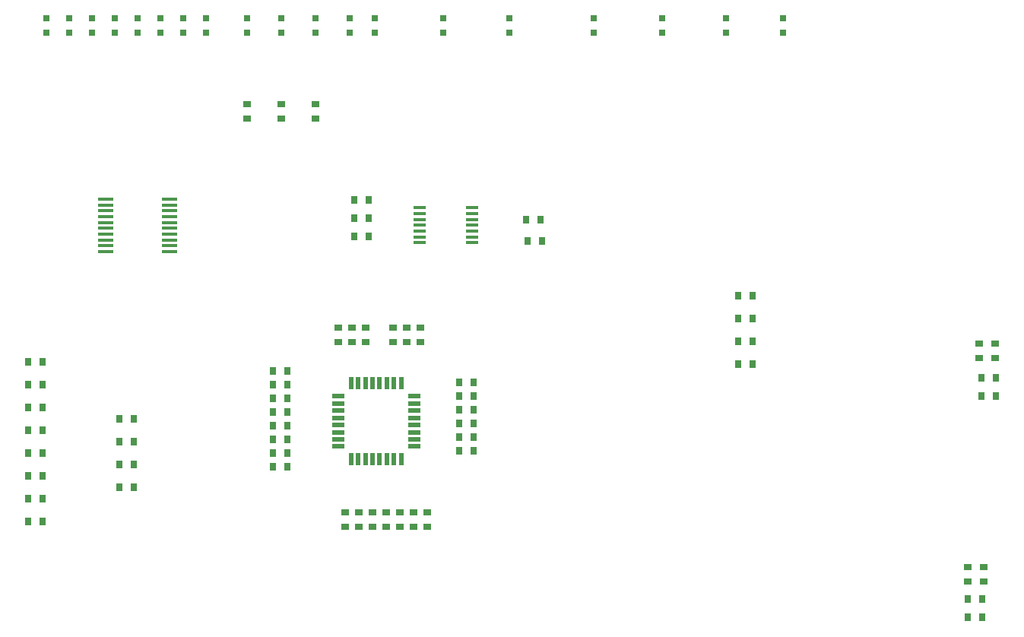
<source format=gtp>
G04*
G04 #@! TF.GenerationSoftware,Altium Limited,Altium Designer,22.3.1 (43)*
G04*
G04 Layer_Color=8421504*
%FSLAX25Y25*%
%MOIN*%
G70*
G04*
G04 #@! TF.SameCoordinates,95171FB7-D515-428C-BD45-E7A15DE81ABC*
G04*
G04*
G04 #@! TF.FilePolarity,Positive*
G04*
G01*
G75*
%ADD16R,0.03150X0.03150*%
%ADD17R,0.03150X0.03740*%
%ADD18R,0.07087X0.01772*%
%ADD19R,0.05807X0.01772*%
%ADD20R,0.03740X0.03150*%
%ADD21R,0.02362X0.05807*%
%ADD22R,0.05807X0.02362*%
D16*
X315000Y334350D02*
D03*
Y340650D02*
D03*
X219000Y334350D02*
D03*
Y340650D02*
D03*
X208000Y334350D02*
D03*
Y340650D02*
D03*
X345000Y334350D02*
D03*
Y340650D02*
D03*
X249000Y334350D02*
D03*
Y340650D02*
D03*
X278000Y334350D02*
D03*
Y340650D02*
D03*
X373000Y334350D02*
D03*
Y340650D02*
D03*
X398000Y334350D02*
D03*
Y340650D02*
D03*
X75000Y334350D02*
D03*
Y340650D02*
D03*
X85000Y334350D02*
D03*
Y340650D02*
D03*
X95000Y334350D02*
D03*
Y340650D02*
D03*
X105000Y334350D02*
D03*
Y340650D02*
D03*
X115000Y334350D02*
D03*
Y340650D02*
D03*
X125000Y334350D02*
D03*
Y340650D02*
D03*
X135000Y334350D02*
D03*
Y340650D02*
D03*
X145000Y334350D02*
D03*
Y340650D02*
D03*
X193000Y334350D02*
D03*
Y340650D02*
D03*
X178000Y334350D02*
D03*
Y340650D02*
D03*
X163000Y334350D02*
D03*
Y340650D02*
D03*
D17*
X378350Y209000D02*
D03*
X384650D02*
D03*
X209850Y261000D02*
D03*
X216150D02*
D03*
X209850Y253000D02*
D03*
X216150D02*
D03*
X209850Y245000D02*
D03*
X216150D02*
D03*
X292150Y243000D02*
D03*
X285850D02*
D03*
X291650Y252500D02*
D03*
X285350D02*
D03*
X378350Y219000D02*
D03*
X384650D02*
D03*
X73150Y190000D02*
D03*
X66850D02*
D03*
X384650Y189000D02*
D03*
X378350D02*
D03*
X73150Y180000D02*
D03*
X66850D02*
D03*
X378350Y199000D02*
D03*
X384650D02*
D03*
X106850Y165000D02*
D03*
X113150D02*
D03*
X73150Y170000D02*
D03*
X66850D02*
D03*
X106850Y155000D02*
D03*
X113150D02*
D03*
X73150Y160000D02*
D03*
X66850D02*
D03*
X106850Y145000D02*
D03*
X113150D02*
D03*
X73150Y150000D02*
D03*
X66850D02*
D03*
X106850Y135000D02*
D03*
X113150D02*
D03*
X73150Y140000D02*
D03*
X66850D02*
D03*
X73150Y130000D02*
D03*
X66850D02*
D03*
X73150Y120000D02*
D03*
X66850D02*
D03*
X255850Y181000D02*
D03*
X262150D02*
D03*
X174350Y186000D02*
D03*
X180650D02*
D03*
X255850Y175000D02*
D03*
X262150D02*
D03*
X174350Y180000D02*
D03*
X180650D02*
D03*
X255850Y169000D02*
D03*
X262150D02*
D03*
X174350Y174000D02*
D03*
X180650D02*
D03*
X255850Y163000D02*
D03*
X262150D02*
D03*
X174350Y168000D02*
D03*
X180650D02*
D03*
X255850Y157000D02*
D03*
X262150D02*
D03*
X174350Y162000D02*
D03*
X180650D02*
D03*
X255850Y151000D02*
D03*
X262150D02*
D03*
X174350Y156000D02*
D03*
X180650D02*
D03*
X174350Y150000D02*
D03*
X180650D02*
D03*
X174350Y144000D02*
D03*
X180650D02*
D03*
X484850Y175000D02*
D03*
X491150D02*
D03*
X484850Y183000D02*
D03*
X491150D02*
D03*
X478850Y78000D02*
D03*
X485150D02*
D03*
X478850Y86000D02*
D03*
X485150D02*
D03*
D18*
X101024Y261516D02*
D03*
Y258957D02*
D03*
Y256398D02*
D03*
Y253839D02*
D03*
Y251279D02*
D03*
Y248721D02*
D03*
Y246161D02*
D03*
Y243602D02*
D03*
Y241043D02*
D03*
Y238484D02*
D03*
X128976D02*
D03*
Y241043D02*
D03*
Y243602D02*
D03*
Y246161D02*
D03*
Y248721D02*
D03*
Y251279D02*
D03*
Y253839D02*
D03*
Y256398D02*
D03*
Y258957D02*
D03*
Y261516D02*
D03*
D19*
X238433Y257677D02*
D03*
Y255118D02*
D03*
Y252559D02*
D03*
Y250000D02*
D03*
Y247441D02*
D03*
Y244882D02*
D03*
Y242323D02*
D03*
X261567D02*
D03*
Y244882D02*
D03*
Y247441D02*
D03*
Y250000D02*
D03*
Y252559D02*
D03*
Y255118D02*
D03*
Y257677D02*
D03*
D20*
X163000Y296850D02*
D03*
Y303150D02*
D03*
X178000Y296850D02*
D03*
Y303150D02*
D03*
X193000Y296850D02*
D03*
Y303150D02*
D03*
X227000Y198850D02*
D03*
Y205150D02*
D03*
X215000D02*
D03*
Y198850D02*
D03*
X233000D02*
D03*
Y205150D02*
D03*
X209000D02*
D03*
Y198850D02*
D03*
X239000D02*
D03*
Y205150D02*
D03*
X203000D02*
D03*
Y198850D02*
D03*
X491000Y191850D02*
D03*
Y198150D02*
D03*
X484000Y191850D02*
D03*
Y198150D02*
D03*
X242000Y124150D02*
D03*
Y117850D02*
D03*
X236000Y124150D02*
D03*
Y117850D02*
D03*
X230000Y124150D02*
D03*
Y117850D02*
D03*
X224000Y124150D02*
D03*
Y117850D02*
D03*
X206000D02*
D03*
Y124150D02*
D03*
X218000D02*
D03*
Y117850D02*
D03*
X212000Y124150D02*
D03*
Y117850D02*
D03*
X486000Y93850D02*
D03*
Y100150D02*
D03*
X479000Y93850D02*
D03*
Y100150D02*
D03*
D21*
X208476Y180685D02*
D03*
X211626D02*
D03*
X214776D02*
D03*
X217925D02*
D03*
X221075D02*
D03*
X224224D02*
D03*
X227374D02*
D03*
X230524D02*
D03*
Y147315D02*
D03*
X227374D02*
D03*
X224224D02*
D03*
X221075D02*
D03*
X217925D02*
D03*
X214776D02*
D03*
X211626D02*
D03*
X208476D02*
D03*
D22*
X236185Y175024D02*
D03*
Y171874D02*
D03*
Y168724D02*
D03*
Y165575D02*
D03*
Y162425D02*
D03*
Y159276D02*
D03*
Y156126D02*
D03*
Y152976D02*
D03*
X202815D02*
D03*
Y156126D02*
D03*
Y159276D02*
D03*
Y162425D02*
D03*
Y165575D02*
D03*
Y168724D02*
D03*
Y171874D02*
D03*
Y175024D02*
D03*
M02*

</source>
